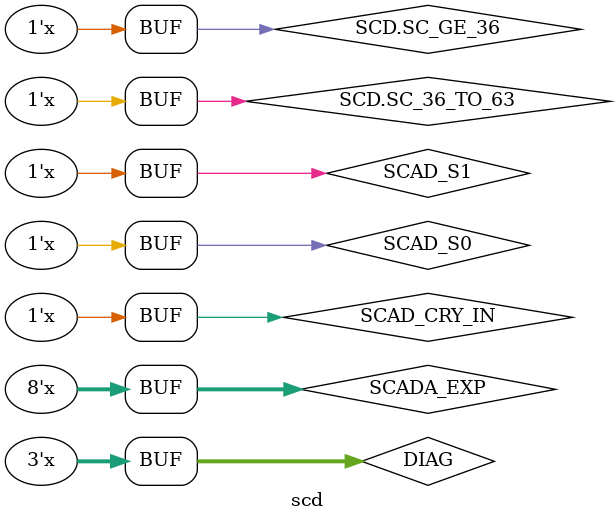
<source format=sv>
`timescale 1ns/1ns
`include "ebox.svh"

module scd(iAPR APR,
           iCLK CLK,
           iCON CON,
           iCRAM CRAM,
           iCTL CTL,
           iEDP EDP,
           iIR IR,
           iMCL MCL,
           iPAG PAG,
           iPI PIC,
           iSCD SCD,
           iSHM SHM,
           iVMA VMA
);


  // SCAD CONTROL
  // CRAM SCAD    SCAD                            CRY
  //  4  2  1   FUNCTION  BOOLE  S8  S4  S2  S1  IN
  //  0  0  0       A       0     0   0   0   0   0
  //  0  0  1     A-B-1     0     1   0   0   1   0
  //  0  1  0      A+B      0     0   1   1   0   0
  //  0  1  1      A-1      0     0   1   1   1   0
  //  1  0  0      A+1      0     0   0   0   0   1
  //  1  0  1      A-B      0     1   0   0   1   1
  //  1  1  0       OR      0     0   1   0   0   0
  //  1  1  1      AND      0     1   1   1   0   1

  bit SET_AD_FLAGS, LOAD_FLAGS, PUBLIC_PAGE, PCF_MAGIC, INSTR_FETCH;
  bit USER_EN, USER_IOT_EN, CLR_PUBLIC, LEAVE_USER, PUBLIC_EN, PRIVATE_INSTR_EN;
  bit JFCL, DISP_FLAG_CTL, SPEC_PORTAL, TRAP_REQ_1, TRAP_REQ_2;

  // SCD1 p. 138
  bit SCAD_S1, SCAD_S0, SCAD_CRY_IN;
  bit SCAD_CRY_02_OUT, SCAD_CRY_06_OUT;
  bit EXP_TEST;
  bit TRAP_CYC_1_OR_2;
  bit [0:9] SCAD;
  assign SCAD_S1 =     ~CRAM.SCAD[0] &  CRAM.SCAD[1] &  CRAM.SCAD[2];
  assign SCAD_S0 =     ~CRAM.SCAD[0] & ~CRAM.SCAD[1] &  CRAM.SCAD[2];
  assign SCAD_CRY_IN =  CRAM.SCAD[0] & ~CRAM.SCAD[1] &  CRAM.SCAD[2];
  assign SCD.SCADeq0 = SCAD == '0;  // E54, E37

  bit ignoredE82;
  mc10181 e82(.S({CRAM.SCAD[2], CRAM.SCAD[1], SCAD_S1, SCAD_S0}),
              .M('0),
              .A({1'b0, SCD.SCADA[0], SCD.SCADA[0], SCD.SCADA[1]}),
              .B({1'b0, SCD.SCADB[0], SCD.SCADB[0], SCD.SCADB[1]}),
              .CIN(SCAD_CRY_02_OUT),
              .CG(), .CP(), .COUT(),
              .F({ignoredE82, SCD.SCAD_SIGN, SCAD[0], SCAD[1]}));

  mc10181 e84(.S({CRAM.SCAD[2], CRAM.SCAD[1], SCAD_S1, SCAD_S0}),
              .M('0),
              .A(SCD.SCADA[2:5]),
              .B(SCD.SCADB[2:5]),
              .CIN(SCAD_CRY_06_OUT),
              .CG(), .CP(),
              .COUT(SCAD_CRY_02_OUT),
              .F(SCAD[2:5]));

  mc10181 e66(.S({CRAM.SCAD[2], CRAM.SCAD[1], SCAD_S1, SCAD_S0}),
              .M('0),
              .A(SCD.SCADA[6:9]),
              .B(SCD.SCADB[6:9]),
              .CIN(SCAD_CRY_IN),
              .CG(), .CP(),
              .COUT(SCAD_CRY_06_OUT),
              .F(SCAD[6:9]));

  bit [2:9] SCADA_EXP;
  // E53, E76, E51
  assign SCADA_EXP[2:9] = EDP.AR[1:8] ^ EDP.AR[0];

  mux2x4 E83(.SEL(CRAM.SCADB),
             .EN('0),
             .D0({SCD.SC[0], 3'b0}),
             .D1({SCD.SC[1], 1'b0, EDP.AR[0], CRAM.MAGIC[0]}),
             .B0(SCD.SCADB[0]),
             .B1(SCD.SCADB[1]));

  mux2x4 E79(.SEL(CRAM.SCADB),
             .EN('0),
             .D0({SCD.SC[2], 1'b0, EDP.AR[1], CRAM.MAGIC[1]}),
             .D1({SCD.SC[3], 1'b0, EDP.AR[2], CRAM.MAGIC[2]}),
             .B0(SCD.SCADB[2]),
             .B1(SCD.SCADB[3]));

  mux2x4 E75(.SEL(CRAM.SCADB),
             .EN('0),
             .D0({SCD.SC[4], EDP.AR[6], EDP.AR[3], CRAM.MAGIC[3]}),
             .D1({SCD.SC[5], EDP.AR[7], EDP.AR[4], CRAM.MAGIC[4]}),
             .B0(SCD.SCADB[4]),
             .B1(SCD.SCADB[5]));

  mux2x4 E52(.SEL(CRAM.SCADB),
             .EN('0),
             .D0({SCD.SC[6], EDP.AR[8], EDP.AR[5], CRAM.MAGIC[5]}),
             .D1({SCD.SC[7], EDP.AR[9], EDP.AR[6], CRAM.MAGIC[6]}),
             .B0(SCD.SCADB[6]),
             .B1(SCD.SCADB[7]));

  mux2x4 E56(.SEL(CRAM.SCADB),
             .EN('0),
             .D0({SCD.SC[8], EDP.AR[10], EDP.AR[7], CRAM.MAGIC[7]}),
             .D1({SCD.SC[9], EDP.AR[11], EDP.AR[8], CRAM.MAGIC[8]}),
             .B0(SCD.SCADB[8]),
             .B1(SCD.SCADB[9]));

  mux2x4 E77(.SEL(CRAM.SCADA[1:2]),
             .EN(~CRAM.SCADA[0]),
             .D0({SCD.FE[0], 2'b00, CRAM.MAGIC[0]}),
             .D1({SCD.FE[1], 2'b00, CRAM.MAGIC[0]}),
             .B0(SCD.SCADA[0]),
             .B1(SCD.SCADA[1]));

  mux2x4 E81(.SEL(CRAM.SCADA[1:2]),
             .EN(~CRAM.SCADA[0]),
             .D0({SCD.FE[2], 1'b0, SCADA_EXP[2], CRAM.MAGIC[1]}),
             .D1({SCD.FE[1], 1'b0, SCADA_EXP[3], CRAM.MAGIC[2]}),
             .B0(SCD.SCADA[2]),
             .B1(SCD.SCADA[3]));

  mux2x4 E80(.SEL(CRAM.SCADA[1:2]),
             .EN(~CRAM.SCADA[0]),
             .D0({SCD.FE[4], EDP.AR[0], SCADA_EXP[4], CRAM.MAGIC[3]}),
             .D1({SCD.FE[5], EDP.AR[1], SCADA_EXP[5], CRAM.MAGIC[4]}),
             .B0(SCD.SCADA[4]),
             .B1(SCD.SCADA[5]));

  mux2x4 E62(.SEL(CRAM.SCADA[1:2]),
             .EN(~CRAM.SCADA[0]),
             .D0({SCD.FE[6], EDP.AR[2], SCADA_EXP[6], CRAM.MAGIC[5]}),
             .D1({SCD.FE[7], EDP.AR[3], SCADA_EXP[7], CRAM.MAGIC[6]}),
             .B0(SCD.SCADA[6]),
             .B1(SCD.SCADA[7]));

  mux2x4 E57(.SEL(CRAM.SCADA[1:2]),
             .EN(~CRAM.SCADA[0]),
             .D0({SCD.FE[8], EDP.AR[4], SCADA_EXP[8], CRAM.MAGIC[7]}),
             .D1({SCD.FE[9], EDP.AR[5], SCADA_EXP[9], CRAM.MAGIC[8]}),
             .B0(SCD.SCADA[8]),
             .B1(SCD.SCADA[9]));


  // SCD2 p.139
  // Note on model B this is not an input to E64 pin 13.
  assign SCD.SC_36_TO_63 = SCD.SC[4] & |SCD.SC[5:7];
  assign SCD.SC_GE_36 = |SCD.SC[0:3];

  bit clk;
  assign clk = CLK.SCD;

  bit [0:9] SCM;
  always_ff @(posedge clk) SCD.SC_SIGN <= SCM[0];
  always_ff @(posedge clk) SCD.SC <= SCM;

  // FE shift register
  bit RESET, ignoreE68;
  bit [0:1] feSEL;
  assign feSEL = {CRAM.FE | CON.COND_FE_SHRT, CRAM.FE | RESET};
  USR4 e68(.S0(SCD.FE_SIGN),
           .D({{3{SCAD[0]}}, SCAD[1]}),
           .S3('0),
           .SEL(feSEL),
           .CLK(clk),
           .Q({SCD.FE_SIGN, ignoreE68, SCD.FE[0:1]}));

  USR4 e69(.S0(SCD.FE[1] | CRAM.FE),
           .D(SCAD[2:5]),
           .S3('0),
           .SEL(feSEL),
           .CLK(clk),
           .Q(SCD.FE[2:5]));

  USR4 e55(.S0(SCD.FE[5] | CRAM.FE),
           .D(SCAD[6:9]),
           .S3('0),
           .SEL(feSEL),
           .CLK(clk),
           .Q(SCD.FE[6:9]));

  // In each of these where .SEL MSB is CRAM.SC, the schematic shows
  // CRAM SCM SEL 2 H as the signal to use. I cannot find that signal.
  // XXX this is a guess.
  mux2x4 e72(.EN(~RESET),
             .SEL({CRAM.SC, CTL.SPEC_SCM_ALT}),
             .D0({SCD.SC[0], SCD.FE[0], SCAD[0], EDP.AR[18]}),
             .D1({SCD.SC[1], SCD.FE[1], SCAD[1], EDP.AR[18]}),
             .B0(SCM[0]),
             .B1(SCM[1]));

  mux2x4 e73(.EN(~RESET),
             .SEL({CRAM.SC, CTL.SPEC_SCM_ALT}),
             .D0({SCD.SC[2], SCD.FE[2], SCAD[2], EDP.AR[28]}),
             .D1({SCD.SC[3], SCD.FE[3], SCAD[3], EDP.AR[29]}),
             .B0(SCM[2]),
             .B1(SCM[3]));

  mux2x4 e74(.EN(~RESET),
             .SEL({CRAM.SC, CTL.SPEC_SCM_ALT}),
             .D0({SCD.SC[4], SCD.FE[4], SCAD[4], EDP.AR[30]}),
             .D1({SCD.SC[5], SCD.FE[5], SCAD[5], EDP.AR[31]}),
             .B0(SCM[4]),
             .B1(SCM[5]));

  mux2x4 e60(.EN(~RESET),
             .SEL({CRAM.SC, CTL.SPEC_SCM_ALT}),
             .D0({SCD.SC[6], SCD.FE[6], SCAD[6], EDP.AR[32]}),
             .D1({SCD.SC[7], SCD.FE[7], SCAD[7], EDP.AR[33]}),
             .B0(SCM[6]),
             .B1(SCM[7]));

  mux2x4 e61(.EN(~RESET),
             .SEL({CRAM.SC, CTL.SPEC_SCM_ALT}),
             .D0({SCD.SC[8], SCD.FE[8], SCAD[8], EDP.AR[34]}),
             .D1({SCD.SC[9], SCD.FE[9], SCAD[9], EDP.AR[35]}),
             .B0(SCM[8]),
             .B1(SCM[9]));


  // SCD3 p. 140
  bit [4:6] DIAG;
  assign DIAG = CTL.DIAG[4:6];
  assign SCD.EBUSdriver.driving  = CTL.DIAG_READ_FUNC_13x;

  bit NICOND_10;

  mux e13(.en(SCD.EBUSdriver.driving),
          .sel(DIAG),
          .d({TRAP_REQ_2, SCD.OV, VMA.HELD_OR_PC[0], SCD.PCP,
              ~SCD.USER, ~SCD.PUBLIC_EN, SCD.KERNEL_USER_IOT, SCD.ADR_BRK_INH}),
          .q(SCD.EBUSdriver.data[2]));
  
  mux e26(.en(SCD.EBUSdriver.driving),
          .sel(DIAG),
          .d({SCD.TRAP_CYC_2, SCD.CRY0, SCD.FOV, LOAD_FLAGS,
              LEAVE_USER, SCD.PUBLIC, SCD.TRAP_MIX[32], SCD.TRAP_MIX[34]}),
          .q(SCD.EBUSdriver.data[3]));
  
  mux e31(.en(SCD.EBUSdriver.driving),
          .sel(DIAG),
          .d({SCD.TRAP_CYC_1, SCD.CRY1, SCD.FXU, ~SCD.SCADeq0,
              ~CON.PI_CYCLE, SCD.KERNEL_MODE, SCD.TRAP_MIX[33], SCD.TRAP_MIX[35]}),
          .q(SCD.EBUSdriver.data[4]));
  
  mux e17(.en(SCD.EBUSdriver.driving),
          .sel(DIAG),
          .d({TRAP_REQ_1, ~EDP.AD_CRY[1], ~EDP.AD_OV[0], CON.CLR_PRIVATE_INSTR,
              ~USER_EN, ~SCD.PRIVATE_INSTR, SCD.USER_IOT, SCD.ADR_BRK_CYC}),
          .q(SCD.EBUSdriver.data[5]));
  
  mux e12(.en(SCD.EBUSdriver.driving),
          .sel(DIAG),
          .d({SCD.FPD, SCD.DIV_CHK, ~EDP.AD_CRY[-2], NICOND_10,
              PUBLIC_PAGE, ~PRIVATE_INSTR_EN, ~USER_IOT_EN, SCD.ADR_BRK_PREVENT}),
          .q(SCD.EBUSdriver.data[6]));

  mux2x4 e58(.EN(SCD.EBUSdriver.driving),
             .SEL(DIAG[5:6]),
             .D0({SCD.SC[7], SCD.SC[2], SCD.FE[7], SCD.FE[2]}),
             .D1({SCD.SC[6], SCD.SC[1], SCD.FE[6], SCD.FE[1]}),
             .B0(SCD.EBUSdriver.data[9]),
             .B1(SCD.EBUSdriver.data[8]));
  
  mux2x4 e59(.EN(SCD.EBUSdriver.driving),
             .SEL(DIAG[5:6]),
             .D0({SCD.SC[9], SCD.SC[4], SCD.FE[9], SCD.FE[4]}),
             .D1({SCD.SC[8], SCD.SC[3], SCD.FE[8], SCD.FE[3]}),
             .B0(SCD.EBUSdriver.data[11]),
             .B1(SCD.EBUSdriver.data[10]));
  
  mux e47(.en(CON.COND_EN_30_37),
          .sel(CRAM.COND[3:5]),
          .d({{3{CRAM.MAGIC[5]}}, EDP.AR[32], PIC.PIC[0], 3'b000}),
          .q(SCD.TRAP_MIX[32]));
  
  mux e44(.en(CON.COND_EN_30_37),
          .sel(CRAM.COND[3:5]),
          .d({{2{CRAM.MAGIC[6]}}, SCD.USER, EDP.AR[33], PIC.PIC[1], 3'b000}),
          .q(SCD.TRAP_MIX[33]));
  
  mux e42(.en(CON.COND_EN_30_37),
          .sel(CRAM.COND[3:5]),
          .d({CRAM.MAGIC[7], SCD.TRAP_CYC_2, SCD.PUBLIC, EDP.AR[34], PIC.PIC[2], 3'b000}),
          .q(SCD.TRAP_MIX[34]));

  bit mix35out;
  mux e43(.en(CON.COND_EN_30_37),
          .sel(CRAM.COND[3:5]),
          .d({CRAM.MAGIC[8], SCD.TRAP_CYC_1, TRAP_CYC_1_OR_2, EDP.AR[35],
              CRAM.MAGIC[8], 3'b000}),
          .q(mix35out));
  assign SCD.TRAP_MIX[35] = (CRAM.VMA[0] | mix35out) &
                            (~CON.PCplus1_INH | mix35out);

  bit [0:8] ARMM;
  mux2x4 e48(.EN('1),
             .SEL(CRAM.SH),
             .D0({CRAM.MAGIC[0], EDP.AR[0], CTL.COND_AR_EXP ? SCAD[1] : EDP.AR[0], SCAD[4]}),
             .D1({CRAM.MAGIC[1], EDP.AR[0], SCAD[2], SCAD[5]}),
             .B0(ARMM[0]),
             .B1(ARMM[1]));

  mux2x4 e49(.EN('1),
             .SEL(CRAM.SH),
             .D0({CRAM.MAGIC[2], EDP.AR[0], SCAD[3], SCAD[6]}),
             .D1({CRAM.MAGIC[3], EDP.AR[0], SCAD[4], SCAD[7]}),
             .B0(ARMM[2]),
             .B1(ARMM[3]));

  mux2x4 e50(.EN('1),
             .SEL(CRAM.SH),
             .D0({CRAM.MAGIC[4], EDP.AR[0], SCAD[5], SCAD[8]}),
             .D1({CRAM.MAGIC[5], EDP.AR[0], SCAD[6], SCAD[9]}),
             .B0(ARMM[4]),
             .B1(ARMM[5]));

  mux2x4 e46(.EN('1),
             .SEL(CRAM.SH),
             .D0({CRAM.MAGIC[6], EDP.AR[0], SCAD[7], EDP.AR[6]}),
             .D1({CRAM.MAGIC[7], EDP.AR[0], SCAD[8], EDP.AR[7]}),
             .B0(ARMM[6]),
             .B1(ARMM[7]));

  mux2x4 e41(.EN('1),
             .SEL(CRAM.SH),
             .D0({CRAM.MAGIC[8], EDP.AR[0], SCAD[9], EDP.AR[8]}),
             .D1(),
             .B0(ARMM[8]),
             .B1());


  // SCD4 p.141
  bit PIandSAVE_FLAGS;
  bit TRAP_CLEAR, TRAP_REQ_1_EN, TRAP_REQ_2_EN;
  bit e38OR;
  assign e38OR = EDP.AR[10] & LOAD_FLAGS |
                 SCAD[1] & EXP_TEST |
                 CRAM.MAGIC[4] & PCF_MAGIC |
                 CON.COND_INSTR_ABORT & (TRAP_REQ_1 | SCD.TRAP_CYC_1);
  assign TRAP_REQ_1_EN = SET_AD_FLAGS & EDP.AD_OV[0] |
                         (TRAP_CLEAR | e38OR) &
                         (TRAP_REQ_1 | e38OR);
  assign TRAP_REQ_2_EN = TRAP_REQ_2 & ~TRAP_CLEAR |
                         EDP.AR[9] & LOAD_FLAGS |
                         CRAM.MAGIC[3] & PCF_MAGIC |
                         CON.COND_INSTR_ABORT & (SCD.TRAP_CYC_2 | TRAP_REQ_2);

  assign TRAP_CLEAR = CON.COND_INSTR_ABORT | PIandSAVE_FLAGS |
                      CTL.DISP_NICOND | LOAD_FLAGS;
  bit e22p15;
  assign e22p15 = CON.TRAP_EN & CTL.DISP_NICOND;

  bit DISP_SAVE_FLAGS;
  bit CLR_FPD;
  assign CLR_FPD = LOAD_FLAGS | DISP_SAVE_FLAGS | CTL.SPEC_CLR_FPD;

  bit LOAD_PCP;
  assign LOAD_PCP = LOAD_FLAGS & ~JFCL;

  // XXX Contrast this with CON.NICOND[10] guess on CON2
  assign NICOND_10 = (TRAP_REQ_1 | TRAP_REQ_2) & CON.TRAP_EN & CON.NICOND_TRAP_EN;

  always_ff @(posedge clk) begin
    SCD.OV <= EDP.AD_OV[0] & SET_AD_FLAGS |
              (LOAD_FLAGS ?
               (SCD.OV | SCAD[1] & EXP_TEST | CRAM.MAGIC[0] & PCF_MAGIC) :
                EDP.AR[0]);

    SCD.CRY0 <= EDP.AD_CRY[-2] & SET_AD_FLAGS | (LOAD_FLAGS ? SCD.CRY0 : EDP.AR[1]);
    SCD.CRY1 <= EDP.AD_CRY[1] & SET_AD_FLAGS | (LOAD_FLAGS ? SCD.CRY1 : EDP.AR[2]);

    SCD.FOV <= (LOAD_FLAGS | SCD.FOV | (SCAD[1] & EXP_TEST | CRAM.MAGIC[0] & PCF_MAGIC)) &
               (~LOAD_FLAGS | EDP.AR[3]);

    SCD.FXU <= (LOAD_FLAGS | SCD.FXU | (SCAD[0] & EXP_TEST | CRAM.MAGIC[5] & PCF_MAGIC)) &
               (~LOAD_FLAGS | EDP.AR[11]);

    SCD.DIV_CHK <= (LOAD_FLAGS | SCD.DIV_CHK | CRAM.MAGIC[6] & PCF_MAGIC) & (~LOAD_FLAGS | EDP.AR[12]);
    SCD.TRAP_CYC_2 <= SCD.TRAP_CYC_2 & ~TRAP_CLEAR | TRAP_REQ_2 & e22p15;
    SCD.TRAP_CYC_1 <= SCD.TRAP_CYC_1 & TRAP_CLEAR | TRAP_REQ_1 & e22p15;
    SCD.FPD <= CLR_FPD & SCD.FPD | EDP.AR[4] & LOAD_FLAGS | CRAM.MAGIC[2] & PCF_MAGIC;
    SCD.PCP <= (LOAD_PCP | SCD.PCP) & (~LOAD_FLAGS | EDP.AR[0] | JFCL);
  end
  
  always_ff @(posedge clk) TRAP_REQ_2 <= TRAP_REQ_2_EN;
  always_ff @(posedge clk) TRAP_REQ_1 <= TRAP_REQ_1_EN;

  bit e5out;
  assign e5out = SCD.USER | JFCL;
  assign VMA.HELD_OR_PC[0] = (SCD.OV | ~e5out) &
                             (SCD.PCP | JFCL | e5out);
  assign TRAP_CYC_1_OR_2 = SCD.TRAP_CYC_1 | SCD.TRAP_CYC_2;


  // SCD5 p.142
  assign USER_EN = SCD.USER & ~LEAVE_USER |
                   EDP.AR[5] & LOAD_FLAGS;

  assign USER_IOT_EN = SCD.USER_IOT & ~LEAVE_USER & (~LOAD_FLAGS & EDP.AR[6]) |
                       LEAVE_USER & EDP.AR[6] & LOAD_FLAGS |
                       ~SCD.USER & EDP.AR[6] & LOAD_FLAGS |
                       SCD.USER & PIandSAVE_FLAGS;
  assign CLR_PUBLIC = SPEC_PORTAL & SCD.PRIVATE_INSTR |
                      LOAD_FLAGS & EDP.AR[5] & ~SCD.USER;

  assign LEAVE_USER = DISP_FLAG_CTL & ~CRAM.MAGIC[0] |
                      PIandSAVE_FLAGS |
                      RESET |
                      SCD.KERNEL_MODE & ~CRAM.MAGIC[7] & DISP_FLAG_CTL;

  assign PUBLIC_EN = SCD.PUBLIC & ~LEAVE_USER & CLR_PUBLIC |
                     EDP.AR[7] & LOAD_FLAGS |
                     INSTR_FETCH & CLK.MB_XFER & PUBLIC_PAGE;

  bit e6pin14;
  assign e6pin14 = LOAD_FLAGS & EDP.AR[7] | RESET | SCD.PRIVATE_INSTR;
  assign PRIVATE_INSTR_EN = INSTR_FETCH & CON.FM_XFER | ~SCD.PUBLIC |
                            ~INSTR_FETCH & CON.CLR_PRIVATE_INSTR & e6pin14 |
                            CON.CLR_PRIVATE_INSTR & e6pin14 |
                            INSTR_FETCH & CLK.MB_XFER & ~PUBLIC_PAGE;

  always_ff @(posedge clk) SCD.USER <= USER_EN;
  always_ff @(posedge clk) SCD.USER_IOT <= USER_IOT_EN;
  always_ff @(posedge clk) SCD.PUBLIC <= PUBLIC_EN;
  always_ff @(posedge clk) SCD.ADR_BRK_INH <= SCD.ADR_BRK_INH & TRAP_CLEAR |
                                              LOAD_FLAGS & EDP.AR[8] |
                                              CON.COND_INSTR_ABORT & SCD.ADR_BRK_CYC;
  always_ff @(posedge clk) SCD.ADR_BRK_CYC <= SCD.ADR_BRK_CYC & TRAP_CLEAR |
                                              SCD.ADR_BRK_INH & CTL.DISP_NICOND;

  assign SCD.ADR_BRK_PREVENT = SCD.ADR_BRK_INH | SCD.ADR_BRK_CYC;
  assign SCD.KERNEL_USER_IOT = SCD.USER & SCD.USER_IOT | ~SCD.PUBLIC & ~SCD.USER;
  assign PIandSAVE_FLAGS = CTL.SPEC_SAVE_FLAGS & CON.PI_CYCLE;
  assign DISP_SAVE_FLAGS = CTL.SPEC_SAVE_FLAGS;
  assign SCD.KERNEL_MODE = ~SCD.PUBLIC & ~SCD.USER;
  assign PUBLIC_PAGE = PAG.PT_PUBLIC;
  assign INSTR_FETCH = MCL.PAGED_FETCH;
  assign RESET = CLK.MR_RESET;

  assign SET_AD_FLAGS = CON.COND_AD_FLAGS & ~CON.PI_CYCLE;
  assign PCF_MAGIC = CON.COND_PCF_MAGIC & ~CON.PI_CYCLE;
  assign EXP_TEST = CTL.COND_AR_EXP & ~CON.PI_CYCLE;

  assign DISP_FLAG_CTL = CTL.SPEC_FLAG_CTL;
  assign JFCL = CRAM.MAGIC[1] & DISP_FLAG_CTL;
  assign SPEC_PORTAL = CRAM.MAGIC[5] & DISP_FLAG_CTL;
  assign LOAD_FLAGS = RESET | CRAM.MAGIC[4] & DISP_FLAG_CTL;
endmodule

</source>
